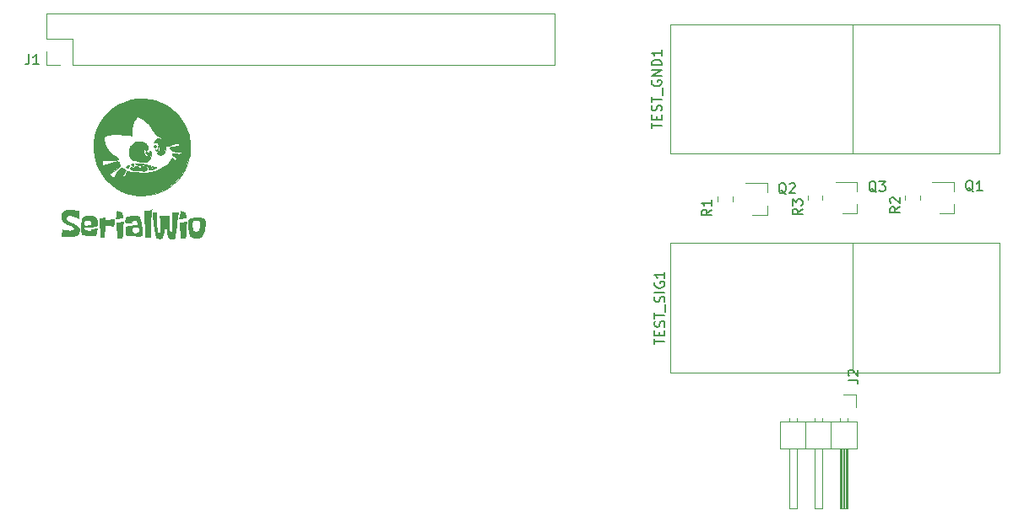
<source format=gto>
G04 #@! TF.GenerationSoftware,KiCad,Pcbnew,5.1.9+dfsg1-1~bpo10+1*
G04 #@! TF.CreationDate,2022-03-28T22:50:56+02:00*
G04 #@! TF.ProjectId,serial-wio,73657269-616c-42d7-9769-6f2e6b696361,rev?*
G04 #@! TF.SameCoordinates,Original*
G04 #@! TF.FileFunction,Legend,Top*
G04 #@! TF.FilePolarity,Positive*
%FSLAX46Y46*%
G04 Gerber Fmt 4.6, Leading zero omitted, Abs format (unit mm)*
G04 Created by KiCad (PCBNEW 5.1.9+dfsg1-1~bpo10+1) date 2022-03-28 22:50:56*
%MOMM*%
%LPD*%
G01*
G04 APERTURE LIST*
%ADD10C,0.120000*%
%ADD11C,0.100000*%
%ADD12C,0.010000*%
%ADD13C,0.150000*%
%ADD14R,0.900000X0.800000*%
%ADD15C,0.800000*%
%ADD16C,6.400000*%
%ADD17C,2.000000*%
%ADD18C,4.000000*%
%ADD19O,1.700000X1.700000*%
%ADD20R,1.700000X1.700000*%
G04 APERTURE END LIST*
D10*
X163349000Y-82195936D02*
X163349000Y-82650064D01*
X164819000Y-82195936D02*
X164819000Y-82650064D01*
X173128000Y-82195936D02*
X173128000Y-82650064D01*
X174598000Y-82195936D02*
X174598000Y-82650064D01*
X154332000Y-82322936D02*
X154332000Y-82777064D01*
X155802000Y-82322936D02*
X155802000Y-82777064D01*
X168273000Y-84003000D02*
X166813000Y-84003000D01*
X168273000Y-80843000D02*
X166113000Y-80843000D01*
X168273000Y-80843000D02*
X168273000Y-81773000D01*
X168273000Y-84003000D02*
X168273000Y-83073000D01*
X177994000Y-84003000D02*
X176534000Y-84003000D01*
X177994000Y-80843000D02*
X175834000Y-80843000D01*
X177994000Y-80843000D02*
X177994000Y-81773000D01*
X177994000Y-84003000D02*
X177994000Y-83073000D01*
X182530000Y-86980000D02*
X182530000Y-99980000D01*
X167830000Y-99980000D02*
X182530000Y-99980000D01*
X167830000Y-86980000D02*
X182530000Y-86980000D01*
X167830000Y-86980000D02*
X167830000Y-99980000D01*
X149530000Y-99980000D02*
X167830000Y-99980000D01*
X149530000Y-86980000D02*
X167830000Y-86980000D01*
X149530000Y-93480000D02*
X149530000Y-86980000D01*
X149530000Y-93480000D02*
X149530000Y-99980000D01*
X182530000Y-64980000D02*
X182530000Y-77980000D01*
X167830000Y-77980000D02*
X182530000Y-77980000D01*
X167830000Y-64980000D02*
X182530000Y-64980000D01*
X167830000Y-64980000D02*
X167830000Y-77980000D01*
X149530000Y-77980000D02*
X167830000Y-77980000D01*
X149530000Y-64980000D02*
X167830000Y-64980000D01*
X149530000Y-71480000D02*
X149530000Y-64980000D01*
X149530000Y-71480000D02*
X149530000Y-77980000D01*
X159256000Y-84130000D02*
X157796000Y-84130000D01*
X159256000Y-80970000D02*
X157096000Y-80970000D01*
X159256000Y-80970000D02*
X159256000Y-81900000D01*
X159256000Y-84130000D02*
X159256000Y-83200000D01*
X168260000Y-104920000D02*
X160520000Y-104920000D01*
X160520000Y-104920000D02*
X160520000Y-107580000D01*
X160520000Y-107580000D02*
X168260000Y-107580000D01*
X168260000Y-107580000D02*
X168260000Y-104920000D01*
X167310000Y-107580000D02*
X167310000Y-113580000D01*
X167310000Y-113580000D02*
X166550000Y-113580000D01*
X166550000Y-113580000D02*
X166550000Y-107580000D01*
X167250000Y-107580000D02*
X167250000Y-113580000D01*
X167130000Y-107580000D02*
X167130000Y-113580000D01*
X167010000Y-107580000D02*
X167010000Y-113580000D01*
X166890000Y-107580000D02*
X166890000Y-113580000D01*
X166770000Y-107580000D02*
X166770000Y-113580000D01*
X166650000Y-107580000D02*
X166650000Y-113580000D01*
X167310000Y-104590000D02*
X167310000Y-104920000D01*
X166550000Y-104590000D02*
X166550000Y-104920000D01*
X165660000Y-104920000D02*
X165660000Y-107580000D01*
X164770000Y-107580000D02*
X164770000Y-113580000D01*
X164770000Y-113580000D02*
X164010000Y-113580000D01*
X164010000Y-113580000D02*
X164010000Y-107580000D01*
X164770000Y-104522929D02*
X164770000Y-104920000D01*
X164010000Y-104522929D02*
X164010000Y-104920000D01*
X163120000Y-104920000D02*
X163120000Y-107580000D01*
X162230000Y-107580000D02*
X162230000Y-113580000D01*
X162230000Y-113580000D02*
X161470000Y-113580000D01*
X161470000Y-113580000D02*
X161470000Y-107580000D01*
X162230000Y-104522929D02*
X162230000Y-104920000D01*
X161470000Y-104522929D02*
X161470000Y-104920000D01*
X166930000Y-102210000D02*
X168200000Y-102210000D01*
X168200000Y-102210000D02*
X168200000Y-103480000D01*
D11*
G36*
X98173025Y-85943275D02*
G01*
X98220650Y-85960738D01*
X98277800Y-85965500D01*
X98354000Y-85959150D01*
X98407975Y-85930575D01*
X98425438Y-85773413D01*
X98433375Y-85584500D01*
X98433375Y-85441625D01*
X98430200Y-85249538D01*
X98420675Y-85020937D01*
X98404800Y-84768525D01*
X98385750Y-84563737D01*
X98368288Y-84417687D01*
X98352413Y-84308150D01*
X98334950Y-84212900D01*
X99328725Y-84206550D01*
X99321978Y-84422847D01*
X99320788Y-84639937D01*
X99324359Y-84855044D01*
X99331900Y-85065387D01*
X99343409Y-85269381D01*
X99358888Y-85465438D01*
X99378334Y-85649984D01*
X99401750Y-85819450D01*
X99489063Y-85844850D01*
X99547800Y-85848025D01*
X99624000Y-85825800D01*
X99633525Y-83911275D01*
X100259000Y-83873175D01*
X100235188Y-84094234D01*
X100208200Y-84338312D01*
X100178434Y-84597472D01*
X100146288Y-84863775D01*
X100123533Y-85043339D01*
X100099721Y-85222197D01*
X100074850Y-85400350D01*
X100037544Y-85658319D01*
X100001825Y-85898825D01*
X99967694Y-86117503D01*
X99935150Y-86309988D01*
X99905781Y-86468341D01*
X99881175Y-86584625D01*
X99312850Y-86575100D01*
X99211250Y-86365550D01*
X99170769Y-86238550D01*
X99131875Y-86092500D01*
X99084250Y-85859138D01*
X99049325Y-85622600D01*
X98842950Y-85600375D01*
X98825488Y-85746028D01*
X98804850Y-85890888D01*
X98779450Y-86037334D01*
X98747700Y-86187750D01*
X98681025Y-86403650D01*
X98601650Y-86546525D01*
X98558788Y-86556050D01*
X98520688Y-86562400D01*
X98471475Y-86567163D01*
X98401625Y-86568750D01*
X98172231Y-86554463D01*
X98023800Y-86511600D01*
X97969031Y-86346103D01*
X97919025Y-86148063D01*
X97872988Y-85927003D01*
X97830125Y-85692450D01*
X97796788Y-85481313D01*
X97778928Y-85353916D01*
X97760275Y-85216200D01*
X97741622Y-85069356D01*
X97723763Y-84914575D01*
X97706697Y-84755031D01*
X97690425Y-84593900D01*
X97673756Y-84403400D01*
X97661850Y-84231950D01*
X97652325Y-84067644D01*
X97642800Y-83898575D01*
X98055550Y-83870000D01*
X98057534Y-84066056D01*
X98057138Y-84273225D01*
X98058328Y-84495078D01*
X98065075Y-84735187D01*
X98073013Y-84906814D01*
X98084125Y-85089376D01*
X98098413Y-85282875D01*
X98117286Y-85488897D01*
X98142157Y-85709031D01*
X98173025Y-85943275D01*
G37*
G36*
X90270450Y-83762050D02*
G01*
X90245050Y-84555800D01*
X89955530Y-84419672D01*
X89699744Y-84322437D01*
X89477692Y-84264097D01*
X89289375Y-84244650D01*
X89116514Y-84279222D01*
X89012797Y-84382939D01*
X88978225Y-84555800D01*
X89002037Y-84616125D01*
X89065537Y-84679625D01*
X89156025Y-84738362D01*
X89260800Y-84787575D01*
X89832300Y-85047925D01*
X89988272Y-85141984D01*
X90106937Y-85227313D01*
X90257750Y-85400350D01*
X90327600Y-85579738D01*
X90349825Y-85771825D01*
X90306962Y-85997250D01*
X90168850Y-86184575D01*
X89979937Y-86302050D01*
X89752925Y-86340150D01*
X88536900Y-86390950D01*
X88565475Y-85590850D01*
X88773041Y-85642841D01*
X88970287Y-85684513D01*
X89158803Y-85711897D01*
X89340175Y-85721025D01*
X89528691Y-85707134D01*
X89668787Y-85665463D01*
X89784675Y-85514650D01*
X89718794Y-85394000D01*
X89521150Y-85279700D01*
X89390975Y-85227313D01*
X89260800Y-85178100D01*
X89131419Y-85128094D01*
X89003625Y-85073325D01*
X88818417Y-84973136D01*
X88686125Y-84863069D01*
X88606750Y-84743125D01*
X88532137Y-84506587D01*
X88511500Y-84270050D01*
X88530153Y-84075581D01*
X88586112Y-83917625D01*
X88676203Y-83793800D01*
X88797250Y-83701725D01*
X89011562Y-83642987D01*
X89140547Y-83627509D01*
X89289375Y-83622350D01*
X89539406Y-83630287D01*
X89787850Y-83654100D01*
X90032325Y-83696962D01*
X90270450Y-83762050D01*
G37*
G36*
X97052250Y-83758875D02*
G01*
X97190759Y-83748556D01*
X97326888Y-83717600D01*
X97470953Y-83666006D01*
X97633275Y-83593775D01*
X97597556Y-83717997D01*
X97566600Y-83912862D01*
X97548608Y-84081314D01*
X97532733Y-84279751D01*
X97518975Y-84508175D01*
X97510145Y-84698774D01*
X97502703Y-84905447D01*
X97496651Y-85128193D01*
X97491988Y-85367013D01*
X97489130Y-85569260D01*
X97486908Y-85781033D01*
X97485320Y-86002330D01*
X97484368Y-86233153D01*
X97484050Y-86473500D01*
X96871275Y-86473500D01*
X96772850Y-83692200D01*
X96898263Y-83741412D01*
X97052250Y-83758875D01*
G37*
G36*
X94858325Y-84889175D02*
G01*
X94871025Y-84816150D01*
X94886900Y-84714550D01*
X94907537Y-84570087D01*
X94934525Y-84365300D01*
X95034537Y-84322437D01*
X95213925Y-84282750D01*
X95463162Y-84251000D01*
X95699700Y-84244650D01*
X95917188Y-84251397D01*
X96093400Y-84271637D01*
X96341050Y-84346250D01*
X96375975Y-84417687D01*
X96415663Y-84527225D01*
X96461700Y-84689150D01*
X96515675Y-84917750D01*
X96574016Y-85203302D01*
X96615688Y-85459881D01*
X96640691Y-85687489D01*
X96649025Y-85886125D01*
X96625213Y-86141713D01*
X96537900Y-86279825D01*
X96379150Y-86324275D01*
X96221194Y-86349675D01*
X96007675Y-86375075D01*
X95953700Y-86244900D01*
X95426650Y-86283000D01*
X95136931Y-86260775D01*
X94998025Y-86194100D01*
X94971831Y-86113138D01*
X94950400Y-85940100D01*
X94937700Y-85730550D01*
X94934525Y-85533700D01*
X94972625Y-85343200D01*
X95020250Y-85305100D01*
X95118675Y-85270175D01*
X95667950Y-85908350D01*
X95740975Y-85963913D01*
X95915600Y-85984550D01*
X96114831Y-85965500D01*
X96217225Y-85908350D01*
X96260088Y-85794050D01*
X96274375Y-85590850D01*
X96268025Y-85508300D01*
X96252150Y-85463850D01*
X96217225Y-85433688D01*
X96121975Y-85403525D01*
X96009263Y-85389238D01*
X95896550Y-85387650D01*
X95752088Y-85408288D01*
X95674300Y-85444800D01*
X95648900Y-85513063D01*
X95639375Y-85654350D01*
X95667950Y-85908350D01*
X95118675Y-85270175D01*
X95277425Y-85241600D01*
X95506025Y-85219375D01*
X95737800Y-85205088D01*
X95928300Y-85192388D01*
X96063238Y-85176513D01*
X96131500Y-85152700D01*
X96126738Y-85044750D01*
X96106100Y-84943150D01*
X96074350Y-84857425D01*
X96033075Y-84774875D01*
X96001325Y-84751062D01*
X95947350Y-84743125D01*
X95799713Y-84766937D01*
X95563175Y-84835200D01*
X95585400Y-84987600D01*
X95520312Y-85001887D01*
X95436175Y-85003475D01*
X95264725Y-84995537D01*
X95064700Y-84962200D01*
X94915475Y-84916162D01*
X94858325Y-84889175D01*
G37*
G36*
X101322625Y-84578025D02*
G01*
X101690925Y-84797100D01*
X101654413Y-84906637D01*
X101640125Y-85082850D01*
X101651238Y-85320975D01*
X101687750Y-85543225D01*
X101741725Y-85721025D01*
X101805225Y-85797225D01*
X102049700Y-85841675D01*
X102232263Y-85794050D01*
X102319575Y-85648000D01*
X102372756Y-85436069D01*
X102398950Y-85251125D01*
X102411650Y-84990775D01*
X102391013Y-84836788D01*
X102306875Y-84768525D01*
X102186225Y-84743125D01*
X102049700Y-84735187D01*
X101914763Y-84736775D01*
X101795700Y-84743125D01*
X101717913Y-84765350D01*
X101690925Y-84797100D01*
X101322625Y-84578025D01*
X101446450Y-84501428D01*
X101614725Y-84455787D01*
X101827450Y-84430784D01*
X102084625Y-84416100D01*
X102275125Y-84411337D01*
X102462450Y-84425625D01*
X102678350Y-84466900D01*
X102802175Y-84508175D01*
X102892133Y-84616125D01*
X102946108Y-84800275D01*
X102964100Y-85060625D01*
X102958544Y-85240409D01*
X102941875Y-85417813D01*
X102913300Y-85594422D01*
X102872025Y-85771825D01*
X102815669Y-85950022D01*
X102754550Y-86097263D01*
X102618025Y-86311575D01*
X102459275Y-86431519D01*
X102253958Y-86503486D01*
X102002075Y-86527475D01*
X101794113Y-86513188D01*
X101605200Y-86463975D01*
X101467088Y-86392538D01*
X101398825Y-86311575D01*
X101351200Y-86173286D01*
X101305692Y-85991253D01*
X101262300Y-85765475D01*
X101238488Y-85572197D01*
X101224200Y-85392413D01*
X101217056Y-85222947D01*
X101214675Y-85060625D01*
X101221422Y-84886794D01*
X101241663Y-84746300D01*
X101322625Y-84578025D01*
G37*
G36*
X90622875Y-84412925D02*
G01*
X90794325Y-84803450D01*
X90781625Y-84892350D01*
X90781625Y-84976487D01*
X90787975Y-85060625D01*
X90829250Y-85171750D01*
X91019750Y-85213025D01*
X91172150Y-85209850D01*
X91308675Y-85193975D01*
X91424562Y-85154288D01*
X91480125Y-85105075D01*
X91491237Y-85046337D01*
X91492825Y-84955850D01*
X91457900Y-84825675D01*
X91311850Y-84771700D01*
X91170562Y-84757412D01*
X91054675Y-84752650D01*
X90872112Y-84765350D01*
X90794325Y-84803450D01*
X90622875Y-84412925D01*
X90740703Y-84322967D01*
X90958719Y-84268992D01*
X91276925Y-84251000D01*
X91489650Y-84255366D01*
X91670625Y-84268462D01*
X91819056Y-84292672D01*
X91934150Y-84330375D01*
X92034162Y-84466106D01*
X92124650Y-84759000D01*
X92167512Y-85017762D01*
X92181800Y-85209850D01*
X92181800Y-85228900D01*
X92102425Y-85278113D01*
X91992094Y-85312641D01*
X91832550Y-85349550D01*
X91625381Y-85387650D01*
X91422975Y-85413050D01*
X91225331Y-85427338D01*
X91032450Y-85432100D01*
X90822900Y-85419400D01*
X90822900Y-85476550D01*
X90838775Y-85595613D01*
X90889575Y-85692450D01*
X91346775Y-85721025D01*
X91492825Y-85724200D01*
X91502350Y-85705150D01*
X91492825Y-85644825D01*
X91480125Y-85587675D01*
X91732538Y-85549575D01*
X91863903Y-85532906D01*
X92013525Y-85527350D01*
X92104012Y-85532113D01*
X92156400Y-85543225D01*
X91946850Y-86235375D01*
X91756350Y-86244900D01*
X91292800Y-86257600D01*
X91003875Y-86248869D01*
X90784800Y-86222675D01*
X90633987Y-86175844D01*
X90549850Y-86105200D01*
X90503989Y-85992311D01*
X90476472Y-85793344D01*
X90467300Y-85508300D01*
X90470078Y-85338834D01*
X90478412Y-85173338D01*
X90491509Y-85011016D01*
X90508575Y-84851075D01*
X90559375Y-84574850D01*
X90622875Y-84412925D01*
G37*
G36*
X93858200Y-84581200D02*
G01*
X93829625Y-84843137D01*
X93806606Y-85068166D01*
X93775650Y-85359075D01*
X93576816Y-85324150D01*
X93399412Y-85289225D01*
X93242647Y-85263031D01*
X93105725Y-85254300D01*
X92950150Y-85265413D01*
X92873950Y-85301925D01*
X92810450Y-86419525D01*
X92359600Y-86419525D01*
X92280225Y-84527225D01*
X92940625Y-84447850D01*
X92927925Y-84673275D01*
X93858200Y-84581200D01*
G37*
G36*
X94763075Y-84841550D02*
G01*
X94741908Y-84985660D01*
X94720742Y-85180922D01*
X94699575Y-85427338D01*
X94683502Y-85646313D01*
X94667031Y-85895253D01*
X94650164Y-86174157D01*
X94632900Y-86483025D01*
X94064575Y-86483025D01*
X93997900Y-84917750D01*
X94763075Y-84841550D01*
G37*
G36*
X101119425Y-84841550D02*
G01*
X101098258Y-84985660D01*
X101077092Y-85180922D01*
X101055925Y-85427338D01*
X101039852Y-85646313D01*
X101023381Y-85895253D01*
X101006514Y-86174157D01*
X100989250Y-86483025D01*
X100420925Y-86483025D01*
X100354250Y-84917750D01*
X101119425Y-84841550D01*
G37*
G36*
X94626550Y-83870000D02*
G01*
X94623375Y-83930325D01*
X94632900Y-84063675D01*
X94661475Y-84247825D01*
X94709100Y-84482775D01*
X93953450Y-84574850D01*
X93992079Y-84332315D01*
X94023300Y-84129644D01*
X94047112Y-83966837D01*
X94070925Y-83711250D01*
X94626550Y-83870000D01*
G37*
G36*
X100982900Y-83870000D02*
G01*
X100979725Y-83930325D01*
X100989250Y-84063675D01*
X101017825Y-84247825D01*
X101065450Y-84482775D01*
X100309800Y-84574850D01*
X100348429Y-84332315D01*
X100379650Y-84129644D01*
X100403463Y-83966837D01*
X100427275Y-83711250D01*
X100982900Y-83870000D01*
G37*
D12*
G36*
X97491715Y-72545164D02*
G01*
X97865701Y-72633491D01*
X98497842Y-72859370D01*
X99088929Y-73171493D01*
X99631344Y-73562066D01*
X100117464Y-74023295D01*
X100539670Y-74547388D01*
X100890341Y-75126550D01*
X101161857Y-75752987D01*
X101276575Y-76121853D01*
X101332437Y-76404497D01*
X101371327Y-76754767D01*
X101392464Y-77141804D01*
X101395069Y-77534753D01*
X101378361Y-77902756D01*
X101341558Y-78214958D01*
X101330963Y-78271733D01*
X101146775Y-78936816D01*
X100875723Y-79560375D01*
X100524595Y-80135345D01*
X100100180Y-80654662D01*
X99609267Y-81111262D01*
X99058643Y-81498079D01*
X98455099Y-81808049D01*
X97805422Y-82034108D01*
X97685965Y-82064887D01*
X97396819Y-82119086D01*
X97049238Y-82159030D01*
X96677126Y-82183002D01*
X96314388Y-82189282D01*
X95994929Y-82176153D01*
X95839599Y-82158472D01*
X95167163Y-82006066D01*
X94535111Y-81766779D01*
X93949725Y-81447526D01*
X93417288Y-81055221D01*
X92944081Y-80596781D01*
X92536386Y-80079121D01*
X92200486Y-79509155D01*
X91975676Y-78972593D01*
X92570375Y-78972593D01*
X92593314Y-79089764D01*
X92636277Y-79144127D01*
X92706268Y-79138469D01*
X92849964Y-79104875D01*
X93046997Y-79048751D01*
X93277003Y-78975501D01*
X93297475Y-78968640D01*
X93540540Y-78890970D01*
X93763434Y-78827181D01*
X93941665Y-78783808D01*
X94050740Y-78767389D01*
X94051646Y-78767381D01*
X94167037Y-78781620D01*
X94222827Y-78845576D01*
X94242617Y-78915779D01*
X94279766Y-79030555D01*
X94321435Y-79093381D01*
X94368076Y-79149210D01*
X94349389Y-79225222D01*
X94259707Y-79327739D01*
X94093359Y-79463085D01*
X93844679Y-79637582D01*
X93816841Y-79656241D01*
X93613945Y-79794633D01*
X93445092Y-79915173D01*
X93325747Y-80006415D01*
X93271375Y-80056914D01*
X93269658Y-80061179D01*
X93306699Y-80107147D01*
X93397029Y-80183165D01*
X93509455Y-80266142D01*
X93612786Y-80332987D01*
X93673987Y-80360503D01*
X93714105Y-80324131D01*
X93799310Y-80223371D01*
X93916166Y-80074681D01*
X94021764Y-79934505D01*
X94194893Y-79704044D01*
X94324051Y-79546336D01*
X94423101Y-79452795D01*
X94505909Y-79414837D01*
X94586339Y-79423878D01*
X94678254Y-79471331D01*
X94723039Y-79500267D01*
X94837600Y-79582139D01*
X94906834Y-79643309D01*
X94916203Y-79659034D01*
X94890600Y-79714526D01*
X94825023Y-79824236D01*
X94766711Y-79914387D01*
X94658968Y-80095861D01*
X94619169Y-80212806D01*
X94648214Y-80262194D01*
X94662826Y-80263699D01*
X94746890Y-80280160D01*
X94784930Y-80292972D01*
X94836022Y-80286159D01*
X94883650Y-80212826D01*
X94936978Y-80057959D01*
X94944827Y-80030988D01*
X94990676Y-79875310D01*
X95025504Y-79764472D01*
X95039946Y-79726273D01*
X95090208Y-79730628D01*
X95211802Y-79754695D01*
X95379381Y-79793406D01*
X95395625Y-79797380D01*
X95576585Y-79833307D01*
X95791900Y-79858436D01*
X96060078Y-79874061D01*
X96399626Y-79881477D01*
X96613077Y-79882520D01*
X96929435Y-79882175D01*
X97166098Y-79879030D01*
X97343172Y-79870635D01*
X97480765Y-79854538D01*
X97598983Y-79828290D01*
X97717936Y-79789441D01*
X97857728Y-79735539D01*
X97874792Y-79728765D01*
X98279693Y-79547210D01*
X98647778Y-79341914D01*
X98965659Y-79122686D01*
X99219944Y-78899341D01*
X99397244Y-78681688D01*
X99456287Y-78569914D01*
X99519722Y-78455071D01*
X99591498Y-78426633D01*
X99690925Y-78482886D01*
X99757965Y-78543120D01*
X99847273Y-78623367D01*
X99901473Y-78638704D01*
X99957368Y-78593430D01*
X99979665Y-78569007D01*
X100033034Y-78465407D01*
X99991204Y-78374537D01*
X99852315Y-78293642D01*
X99774997Y-78265371D01*
X99658840Y-78215040D01*
X99616055Y-78150349D01*
X99616808Y-78075686D01*
X99634490Y-77994188D01*
X99681578Y-77958910D01*
X99787104Y-77955583D01*
X99852164Y-77960000D01*
X100022187Y-77981987D01*
X100171772Y-78015877D01*
X100201144Y-78025759D01*
X100298071Y-78047507D01*
X100376515Y-78011807D01*
X100451299Y-77934173D01*
X100572504Y-77793562D01*
X100066709Y-77768611D01*
X99560915Y-77743660D01*
X99434427Y-77571898D01*
X99370454Y-77477176D01*
X99350273Y-77410220D01*
X99385500Y-77362806D01*
X99487752Y-77326710D01*
X99668646Y-77293709D01*
X99867379Y-77265432D01*
X100062021Y-77234011D01*
X100212302Y-77200573D01*
X100295894Y-77170516D01*
X100305808Y-77159422D01*
X100284188Y-77082249D01*
X100251609Y-77012056D01*
X100192738Y-76953644D01*
X100091844Y-76935857D01*
X99937024Y-76960393D01*
X99716372Y-77028950D01*
X99465579Y-77124131D01*
X99288729Y-77189907D01*
X99147737Y-77233604D01*
X99067620Y-77247709D01*
X99060218Y-77245851D01*
X99019108Y-77191197D01*
X98951563Y-77073384D01*
X98884496Y-76942581D01*
X98660110Y-76591323D01*
X98365501Y-76310939D01*
X98128966Y-76162931D01*
X97988871Y-76080105D01*
X97881938Y-75986178D01*
X97783463Y-75854143D01*
X97672549Y-75663913D01*
X97467015Y-75352916D01*
X97201195Y-75042806D01*
X96901364Y-74759505D01*
X96593800Y-74528937D01*
X96420420Y-74428671D01*
X96103008Y-74268472D01*
X95988812Y-74375754D01*
X95860507Y-74544550D01*
X95742880Y-74787075D01*
X95643250Y-75077308D01*
X95568938Y-75389230D01*
X95527262Y-75696822D01*
X95525544Y-75974065D01*
X95529034Y-76010100D01*
X95536266Y-76152143D01*
X95514472Y-76206884D01*
X95495704Y-76205689D01*
X95291877Y-76150184D01*
X95012888Y-76105721D01*
X94682866Y-76073260D01*
X94325941Y-76053756D01*
X93966244Y-76048167D01*
X93627904Y-76057452D01*
X93335051Y-76082567D01*
X93157413Y-76112908D01*
X92940316Y-76173866D01*
X92807596Y-76247000D01*
X92743971Y-76349908D01*
X92734161Y-76500184D01*
X92743451Y-76589598D01*
X92840030Y-76970692D01*
X93024119Y-77355364D01*
X93285800Y-77725551D01*
X93487428Y-77944573D01*
X93662868Y-78106214D01*
X93834118Y-78245186D01*
X93976352Y-78342167D01*
X94036369Y-78371780D01*
X94172499Y-78444924D01*
X94217792Y-78527162D01*
X94210452Y-78561860D01*
X94178621Y-78586298D01*
X94107585Y-78602249D01*
X93982628Y-78611489D01*
X93789036Y-78615792D01*
X93512094Y-78616932D01*
X93473347Y-78616941D01*
X93205602Y-78618899D01*
X92969559Y-78624286D01*
X92785045Y-78632373D01*
X92671887Y-78642430D01*
X92649967Y-78647231D01*
X92599781Y-78712163D01*
X92572891Y-78833671D01*
X92570375Y-78972593D01*
X91975676Y-78972593D01*
X91942662Y-78893799D01*
X91769197Y-78239968D01*
X91688219Y-77588708D01*
X91696747Y-76893758D01*
X91801563Y-76219460D01*
X92000157Y-75572334D01*
X92290019Y-74958904D01*
X92668639Y-74385691D01*
X93117437Y-73875158D01*
X93640849Y-73422048D01*
X94212970Y-73052751D01*
X94824873Y-72769601D01*
X95467628Y-72574932D01*
X96132306Y-72471080D01*
X96809978Y-72460379D01*
X97491715Y-72545164D01*
G37*
X97491715Y-72545164D02*
X97865701Y-72633491D01*
X98497842Y-72859370D01*
X99088929Y-73171493D01*
X99631344Y-73562066D01*
X100117464Y-74023295D01*
X100539670Y-74547388D01*
X100890341Y-75126550D01*
X101161857Y-75752987D01*
X101276575Y-76121853D01*
X101332437Y-76404497D01*
X101371327Y-76754767D01*
X101392464Y-77141804D01*
X101395069Y-77534753D01*
X101378361Y-77902756D01*
X101341558Y-78214958D01*
X101330963Y-78271733D01*
X101146775Y-78936816D01*
X100875723Y-79560375D01*
X100524595Y-80135345D01*
X100100180Y-80654662D01*
X99609267Y-81111262D01*
X99058643Y-81498079D01*
X98455099Y-81808049D01*
X97805422Y-82034108D01*
X97685965Y-82064887D01*
X97396819Y-82119086D01*
X97049238Y-82159030D01*
X96677126Y-82183002D01*
X96314388Y-82189282D01*
X95994929Y-82176153D01*
X95839599Y-82158472D01*
X95167163Y-82006066D01*
X94535111Y-81766779D01*
X93949725Y-81447526D01*
X93417288Y-81055221D01*
X92944081Y-80596781D01*
X92536386Y-80079121D01*
X92200486Y-79509155D01*
X91975676Y-78972593D01*
X92570375Y-78972593D01*
X92593314Y-79089764D01*
X92636277Y-79144127D01*
X92706268Y-79138469D01*
X92849964Y-79104875D01*
X93046997Y-79048751D01*
X93277003Y-78975501D01*
X93297475Y-78968640D01*
X93540540Y-78890970D01*
X93763434Y-78827181D01*
X93941665Y-78783808D01*
X94050740Y-78767389D01*
X94051646Y-78767381D01*
X94167037Y-78781620D01*
X94222827Y-78845576D01*
X94242617Y-78915779D01*
X94279766Y-79030555D01*
X94321435Y-79093381D01*
X94368076Y-79149210D01*
X94349389Y-79225222D01*
X94259707Y-79327739D01*
X94093359Y-79463085D01*
X93844679Y-79637582D01*
X93816841Y-79656241D01*
X93613945Y-79794633D01*
X93445092Y-79915173D01*
X93325747Y-80006415D01*
X93271375Y-80056914D01*
X93269658Y-80061179D01*
X93306699Y-80107147D01*
X93397029Y-80183165D01*
X93509455Y-80266142D01*
X93612786Y-80332987D01*
X93673987Y-80360503D01*
X93714105Y-80324131D01*
X93799310Y-80223371D01*
X93916166Y-80074681D01*
X94021764Y-79934505D01*
X94194893Y-79704044D01*
X94324051Y-79546336D01*
X94423101Y-79452795D01*
X94505909Y-79414837D01*
X94586339Y-79423878D01*
X94678254Y-79471331D01*
X94723039Y-79500267D01*
X94837600Y-79582139D01*
X94906834Y-79643309D01*
X94916203Y-79659034D01*
X94890600Y-79714526D01*
X94825023Y-79824236D01*
X94766711Y-79914387D01*
X94658968Y-80095861D01*
X94619169Y-80212806D01*
X94648214Y-80262194D01*
X94662826Y-80263699D01*
X94746890Y-80280160D01*
X94784930Y-80292972D01*
X94836022Y-80286159D01*
X94883650Y-80212826D01*
X94936978Y-80057959D01*
X94944827Y-80030988D01*
X94990676Y-79875310D01*
X95025504Y-79764472D01*
X95039946Y-79726273D01*
X95090208Y-79730628D01*
X95211802Y-79754695D01*
X95379381Y-79793406D01*
X95395625Y-79797380D01*
X95576585Y-79833307D01*
X95791900Y-79858436D01*
X96060078Y-79874061D01*
X96399626Y-79881477D01*
X96613077Y-79882520D01*
X96929435Y-79882175D01*
X97166098Y-79879030D01*
X97343172Y-79870635D01*
X97480765Y-79854538D01*
X97598983Y-79828290D01*
X97717936Y-79789441D01*
X97857728Y-79735539D01*
X97874792Y-79728765D01*
X98279693Y-79547210D01*
X98647778Y-79341914D01*
X98965659Y-79122686D01*
X99219944Y-78899341D01*
X99397244Y-78681688D01*
X99456287Y-78569914D01*
X99519722Y-78455071D01*
X99591498Y-78426633D01*
X99690925Y-78482886D01*
X99757965Y-78543120D01*
X99847273Y-78623367D01*
X99901473Y-78638704D01*
X99957368Y-78593430D01*
X99979665Y-78569007D01*
X100033034Y-78465407D01*
X99991204Y-78374537D01*
X99852315Y-78293642D01*
X99774997Y-78265371D01*
X99658840Y-78215040D01*
X99616055Y-78150349D01*
X99616808Y-78075686D01*
X99634490Y-77994188D01*
X99681578Y-77958910D01*
X99787104Y-77955583D01*
X99852164Y-77960000D01*
X100022187Y-77981987D01*
X100171772Y-78015877D01*
X100201144Y-78025759D01*
X100298071Y-78047507D01*
X100376515Y-78011807D01*
X100451299Y-77934173D01*
X100572504Y-77793562D01*
X100066709Y-77768611D01*
X99560915Y-77743660D01*
X99434427Y-77571898D01*
X99370454Y-77477176D01*
X99350273Y-77410220D01*
X99385500Y-77362806D01*
X99487752Y-77326710D01*
X99668646Y-77293709D01*
X99867379Y-77265432D01*
X100062021Y-77234011D01*
X100212302Y-77200573D01*
X100295894Y-77170516D01*
X100305808Y-77159422D01*
X100284188Y-77082249D01*
X100251609Y-77012056D01*
X100192738Y-76953644D01*
X100091844Y-76935857D01*
X99937024Y-76960393D01*
X99716372Y-77028950D01*
X99465579Y-77124131D01*
X99288729Y-77189907D01*
X99147737Y-77233604D01*
X99067620Y-77247709D01*
X99060218Y-77245851D01*
X99019108Y-77191197D01*
X98951563Y-77073384D01*
X98884496Y-76942581D01*
X98660110Y-76591323D01*
X98365501Y-76310939D01*
X98128966Y-76162931D01*
X97988871Y-76080105D01*
X97881938Y-75986178D01*
X97783463Y-75854143D01*
X97672549Y-75663913D01*
X97467015Y-75352916D01*
X97201195Y-75042806D01*
X96901364Y-74759505D01*
X96593800Y-74528937D01*
X96420420Y-74428671D01*
X96103008Y-74268472D01*
X95988812Y-74375754D01*
X95860507Y-74544550D01*
X95742880Y-74787075D01*
X95643250Y-75077308D01*
X95568938Y-75389230D01*
X95527262Y-75696822D01*
X95525544Y-75974065D01*
X95529034Y-76010100D01*
X95536266Y-76152143D01*
X95514472Y-76206884D01*
X95495704Y-76205689D01*
X95291877Y-76150184D01*
X95012888Y-76105721D01*
X94682866Y-76073260D01*
X94325941Y-76053756D01*
X93966244Y-76048167D01*
X93627904Y-76057452D01*
X93335051Y-76082567D01*
X93157413Y-76112908D01*
X92940316Y-76173866D01*
X92807596Y-76247000D01*
X92743971Y-76349908D01*
X92734161Y-76500184D01*
X92743451Y-76589598D01*
X92840030Y-76970692D01*
X93024119Y-77355364D01*
X93285800Y-77725551D01*
X93487428Y-77944573D01*
X93662868Y-78106214D01*
X93834118Y-78245186D01*
X93976352Y-78342167D01*
X94036369Y-78371780D01*
X94172499Y-78444924D01*
X94217792Y-78527162D01*
X94210452Y-78561860D01*
X94178621Y-78586298D01*
X94107585Y-78602249D01*
X93982628Y-78611489D01*
X93789036Y-78615792D01*
X93512094Y-78616932D01*
X93473347Y-78616941D01*
X93205602Y-78618899D01*
X92969559Y-78624286D01*
X92785045Y-78632373D01*
X92671887Y-78642430D01*
X92649967Y-78647231D01*
X92599781Y-78712163D01*
X92572891Y-78833671D01*
X92570375Y-78972593D01*
X91975676Y-78972593D01*
X91942662Y-78893799D01*
X91769197Y-78239968D01*
X91688219Y-77588708D01*
X91696747Y-76893758D01*
X91801563Y-76219460D01*
X92000157Y-75572334D01*
X92290019Y-74958904D01*
X92668639Y-74385691D01*
X93117437Y-73875158D01*
X93640849Y-73422048D01*
X94212970Y-73052751D01*
X94824873Y-72769601D01*
X95467628Y-72574932D01*
X96132306Y-72471080D01*
X96809978Y-72460379D01*
X97491715Y-72545164D01*
G36*
X96857187Y-79254526D02*
G01*
X96980053Y-79338134D01*
X97088301Y-79471065D01*
X97100102Y-79579570D01*
X97015571Y-79663123D01*
X96898803Y-79693345D01*
X96709080Y-79707684D01*
X96471848Y-79706942D01*
X96212552Y-79691921D01*
X95956636Y-79663424D01*
X95731113Y-79622616D01*
X95517119Y-79569775D01*
X95388430Y-79526115D01*
X95332053Y-79483520D01*
X95335000Y-79433877D01*
X95363441Y-79392939D01*
X95416815Y-79347803D01*
X95485367Y-79353972D01*
X95579656Y-79397925D01*
X95687412Y-79446651D01*
X95753052Y-79439502D01*
X95821445Y-79369530D01*
X95829860Y-79359185D01*
X95920787Y-79280355D01*
X96031403Y-79262120D01*
X96183368Y-79305025D01*
X96325848Y-79371682D01*
X96439631Y-79419813D01*
X96506154Y-79428771D01*
X96513273Y-79419329D01*
X96476908Y-79350850D01*
X96462557Y-79340014D01*
X96426549Y-79288856D01*
X96474017Y-79245073D01*
X96588677Y-79218982D01*
X96658637Y-79215762D01*
X96857187Y-79254526D01*
G37*
X96857187Y-79254526D02*
X96980053Y-79338134D01*
X97088301Y-79471065D01*
X97100102Y-79579570D01*
X97015571Y-79663123D01*
X96898803Y-79693345D01*
X96709080Y-79707684D01*
X96471848Y-79706942D01*
X96212552Y-79691921D01*
X95956636Y-79663424D01*
X95731113Y-79622616D01*
X95517119Y-79569775D01*
X95388430Y-79526115D01*
X95332053Y-79483520D01*
X95335000Y-79433877D01*
X95363441Y-79392939D01*
X95416815Y-79347803D01*
X95485367Y-79353972D01*
X95579656Y-79397925D01*
X95687412Y-79446651D01*
X95753052Y-79439502D01*
X95821445Y-79369530D01*
X95829860Y-79359185D01*
X95920787Y-79280355D01*
X96031403Y-79262120D01*
X96183368Y-79305025D01*
X96325848Y-79371682D01*
X96439631Y-79419813D01*
X96506154Y-79428771D01*
X96513273Y-79419329D01*
X96476908Y-79350850D01*
X96462557Y-79340014D01*
X96426549Y-79288856D01*
X96474017Y-79245073D01*
X96588677Y-79218982D01*
X96658637Y-79215762D01*
X96857187Y-79254526D01*
G36*
X96253199Y-78974881D02*
G01*
X96453604Y-78986452D01*
X96658337Y-79005345D01*
X96843750Y-79030091D01*
X96986192Y-79059221D01*
X97012291Y-79067008D01*
X97222840Y-79138768D01*
X97355337Y-79192907D01*
X97427439Y-79240090D01*
X97456805Y-79290982D01*
X97461407Y-79338254D01*
X97477850Y-79451253D01*
X97535712Y-79483046D01*
X97647791Y-79438155D01*
X97683681Y-79416781D01*
X97848563Y-79349323D01*
X97957282Y-79350187D01*
X98004924Y-79371212D01*
X97988114Y-79399687D01*
X97895957Y-79443525D01*
X97755138Y-79496991D01*
X97539266Y-79571328D01*
X97394862Y-79604307D01*
X97301635Y-79593823D01*
X97239294Y-79537769D01*
X97189302Y-79438260D01*
X97067680Y-79267379D01*
X96883158Y-79149549D01*
X96664043Y-79097297D01*
X96461879Y-79116361D01*
X96308122Y-79136148D01*
X96147454Y-79124345D01*
X96010184Y-79087462D01*
X95926623Y-79032007D01*
X95914452Y-78998799D01*
X95959974Y-78979585D01*
X96080773Y-78972103D01*
X96253199Y-78974881D01*
G37*
X96253199Y-78974881D02*
X96453604Y-78986452D01*
X96658337Y-79005345D01*
X96843750Y-79030091D01*
X96986192Y-79059221D01*
X97012291Y-79067008D01*
X97222840Y-79138768D01*
X97355337Y-79192907D01*
X97427439Y-79240090D01*
X97456805Y-79290982D01*
X97461407Y-79338254D01*
X97477850Y-79451253D01*
X97535712Y-79483046D01*
X97647791Y-79438155D01*
X97683681Y-79416781D01*
X97848563Y-79349323D01*
X97957282Y-79350187D01*
X98004924Y-79371212D01*
X97988114Y-79399687D01*
X97895957Y-79443525D01*
X97755138Y-79496991D01*
X97539266Y-79571328D01*
X97394862Y-79604307D01*
X97301635Y-79593823D01*
X97239294Y-79537769D01*
X97189302Y-79438260D01*
X97067680Y-79267379D01*
X96883158Y-79149549D01*
X96664043Y-79097297D01*
X96461879Y-79116361D01*
X96308122Y-79136148D01*
X96147454Y-79124345D01*
X96010184Y-79087462D01*
X95926623Y-79032007D01*
X95914452Y-78998799D01*
X95959974Y-78979585D01*
X96080773Y-78972103D01*
X96253199Y-78974881D01*
G36*
X95278935Y-79169149D02*
G01*
X95314521Y-79203287D01*
X95286100Y-79266404D01*
X95226010Y-79354276D01*
X95154924Y-79429888D01*
X95093051Y-79429905D01*
X95041872Y-79397102D01*
X94977089Y-79332566D01*
X94993754Y-79269226D01*
X95011739Y-79246113D01*
X95088067Y-79195373D01*
X95190305Y-79167855D01*
X95278935Y-79169149D01*
G37*
X95278935Y-79169149D02*
X95314521Y-79203287D01*
X95286100Y-79266404D01*
X95226010Y-79354276D01*
X95154924Y-79429888D01*
X95093051Y-79429905D01*
X95041872Y-79397102D01*
X94977089Y-79332566D01*
X94993754Y-79269226D01*
X95011739Y-79246113D01*
X95088067Y-79195373D01*
X95190305Y-79167855D01*
X95278935Y-79169149D01*
G36*
X97659564Y-79303638D02*
G01*
X97661014Y-79315566D01*
X97623040Y-79364018D01*
X97611112Y-79365468D01*
X97562660Y-79327494D01*
X97561210Y-79315566D01*
X97599184Y-79267114D01*
X97611112Y-79265664D01*
X97659564Y-79303638D01*
G37*
X97659564Y-79303638D02*
X97661014Y-79315566D01*
X97623040Y-79364018D01*
X97611112Y-79365468D01*
X97562660Y-79327494D01*
X97561210Y-79315566D01*
X97599184Y-79267114D01*
X97611112Y-79265664D01*
X97659564Y-79303638D01*
G36*
X95672130Y-79029582D02*
G01*
X95711270Y-79086659D01*
X95714845Y-79140910D01*
X95687416Y-79240991D01*
X95615602Y-79258961D01*
X95515106Y-79192394D01*
X95498021Y-79174407D01*
X95426856Y-79079094D01*
X95440628Y-79030937D01*
X95545118Y-79016306D01*
X95565140Y-79016155D01*
X95672130Y-79029582D01*
G37*
X95672130Y-79029582D02*
X95711270Y-79086659D01*
X95714845Y-79140910D01*
X95687416Y-79240991D01*
X95615602Y-79258961D01*
X95515106Y-79192394D01*
X95498021Y-79174407D01*
X95426856Y-79079094D01*
X95440628Y-79030937D01*
X95545118Y-79016306D01*
X95565140Y-79016155D01*
X95672130Y-79029582D01*
G36*
X96527086Y-76804870D02*
G01*
X96699499Y-76867977D01*
X96960578Y-76981694D01*
X96861680Y-77107422D01*
X96792339Y-77211243D01*
X96762794Y-77286574D01*
X96762782Y-77287427D01*
X96785950Y-77292924D01*
X96840464Y-77230795D01*
X96938186Y-77143789D01*
X97042291Y-77124489D01*
X97120683Y-77176419D01*
X97131706Y-77198822D01*
X97164068Y-77375495D01*
X97133064Y-77536294D01*
X97054060Y-77638946D01*
X96957472Y-77688608D01*
X96886114Y-77667501D01*
X96818886Y-77564730D01*
X96790388Y-77502807D01*
X96721022Y-77344446D01*
X96717137Y-77593955D01*
X96746711Y-77838465D01*
X96835658Y-78042668D01*
X96972309Y-78184009D01*
X97040513Y-78218971D01*
X97172568Y-78260212D01*
X97259787Y-78250373D01*
X97346940Y-78182323D01*
X97361603Y-78167825D01*
X97433731Y-78078175D01*
X97460419Y-78011971D01*
X97440318Y-77990138D01*
X97372078Y-78033600D01*
X97370149Y-78035337D01*
X97229760Y-78109535D01*
X97090720Y-78093690D01*
X96990170Y-78007016D01*
X96932312Y-77911436D01*
X96912487Y-77857311D01*
X96946250Y-77819686D01*
X97027804Y-77838554D01*
X97123687Y-77903857D01*
X97199256Y-77959043D01*
X97245903Y-77941905D01*
X97264082Y-77916332D01*
X97306010Y-77801304D01*
X97310937Y-77756136D01*
X97336099Y-77679752D01*
X97394063Y-77684545D01*
X97459651Y-77765330D01*
X97505320Y-77945377D01*
X97486517Y-78162899D01*
X97412682Y-78388304D01*
X97293253Y-78592000D01*
X97150191Y-78735541D01*
X96952965Y-78823109D01*
X96695140Y-78852502D01*
X96397287Y-78823620D01*
X96091863Y-78740649D01*
X95906119Y-78679386D01*
X95745048Y-78635142D01*
X95641941Y-78617001D01*
X95638432Y-78616941D01*
X95559562Y-78589084D01*
X95478461Y-78495118D01*
X95392980Y-78343047D01*
X95315905Y-78174658D01*
X95277354Y-78031026D01*
X95268286Y-77865378D01*
X95273779Y-77726244D01*
X95293359Y-77517937D01*
X95331452Y-77370606D01*
X95399741Y-77245655D01*
X95433185Y-77199745D01*
X95668784Y-76956237D01*
X95930170Y-76809115D01*
X96216538Y-76758589D01*
X96527086Y-76804870D01*
G37*
X96527086Y-76804870D02*
X96699499Y-76867977D01*
X96960578Y-76981694D01*
X96861680Y-77107422D01*
X96792339Y-77211243D01*
X96762794Y-77286574D01*
X96762782Y-77287427D01*
X96785950Y-77292924D01*
X96840464Y-77230795D01*
X96938186Y-77143789D01*
X97042291Y-77124489D01*
X97120683Y-77176419D01*
X97131706Y-77198822D01*
X97164068Y-77375495D01*
X97133064Y-77536294D01*
X97054060Y-77638946D01*
X96957472Y-77688608D01*
X96886114Y-77667501D01*
X96818886Y-77564730D01*
X96790388Y-77502807D01*
X96721022Y-77344446D01*
X96717137Y-77593955D01*
X96746711Y-77838465D01*
X96835658Y-78042668D01*
X96972309Y-78184009D01*
X97040513Y-78218971D01*
X97172568Y-78260212D01*
X97259787Y-78250373D01*
X97346940Y-78182323D01*
X97361603Y-78167825D01*
X97433731Y-78078175D01*
X97460419Y-78011971D01*
X97440318Y-77990138D01*
X97372078Y-78033600D01*
X97370149Y-78035337D01*
X97229760Y-78109535D01*
X97090720Y-78093690D01*
X96990170Y-78007016D01*
X96932312Y-77911436D01*
X96912487Y-77857311D01*
X96946250Y-77819686D01*
X97027804Y-77838554D01*
X97123687Y-77903857D01*
X97199256Y-77959043D01*
X97245903Y-77941905D01*
X97264082Y-77916332D01*
X97306010Y-77801304D01*
X97310937Y-77756136D01*
X97336099Y-77679752D01*
X97394063Y-77684545D01*
X97459651Y-77765330D01*
X97505320Y-77945377D01*
X97486517Y-78162899D01*
X97412682Y-78388304D01*
X97293253Y-78592000D01*
X97150191Y-78735541D01*
X96952965Y-78823109D01*
X96695140Y-78852502D01*
X96397287Y-78823620D01*
X96091863Y-78740649D01*
X95906119Y-78679386D01*
X95745048Y-78635142D01*
X95641941Y-78617001D01*
X95638432Y-78616941D01*
X95559562Y-78589084D01*
X95478461Y-78495118D01*
X95392980Y-78343047D01*
X95315905Y-78174658D01*
X95277354Y-78031026D01*
X95268286Y-77865378D01*
X95273779Y-77726244D01*
X95293359Y-77517937D01*
X95331452Y-77370606D01*
X95399741Y-77245655D01*
X95433185Y-77199745D01*
X95668784Y-76956237D01*
X95930170Y-76809115D01*
X96216538Y-76758589D01*
X96527086Y-76804870D01*
G36*
X98360074Y-76461799D02*
G01*
X98557756Y-76579647D01*
X98635764Y-76650814D01*
X98783297Y-76855103D01*
X98891015Y-77114838D01*
X98945493Y-77389215D01*
X98942823Y-77583951D01*
X98874857Y-77787364D01*
X98744250Y-77951417D01*
X98573189Y-78061026D01*
X98383862Y-78101105D01*
X98227515Y-78070244D01*
X98115658Y-78003969D01*
X98099964Y-77930278D01*
X98178276Y-77833913D01*
X98192350Y-77821436D01*
X98264750Y-77748001D01*
X98300049Y-77668428D01*
X98307230Y-77548768D01*
X98299792Y-77415386D01*
X98255412Y-77168484D01*
X98167092Y-76993558D01*
X98041282Y-76899041D01*
X97898267Y-76890296D01*
X97800058Y-76901356D01*
X97768322Y-76871661D01*
X97800133Y-76786356D01*
X97858137Y-76686432D01*
X98004738Y-76515445D01*
X98173893Y-76440483D01*
X98360074Y-76461799D01*
G37*
X98360074Y-76461799D02*
X98557756Y-76579647D01*
X98635764Y-76650814D01*
X98783297Y-76855103D01*
X98891015Y-77114838D01*
X98945493Y-77389215D01*
X98942823Y-77583951D01*
X98874857Y-77787364D01*
X98744250Y-77951417D01*
X98573189Y-78061026D01*
X98383862Y-78101105D01*
X98227515Y-78070244D01*
X98115658Y-78003969D01*
X98099964Y-77930278D01*
X98178276Y-77833913D01*
X98192350Y-77821436D01*
X98264750Y-77748001D01*
X98300049Y-77668428D01*
X98307230Y-77548768D01*
X98299792Y-77415386D01*
X98255412Y-77168484D01*
X98167092Y-76993558D01*
X98041282Y-76899041D01*
X97898267Y-76890296D01*
X97800058Y-76901356D01*
X97768322Y-76871661D01*
X97800133Y-76786356D01*
X97858137Y-76686432D01*
X98004738Y-76515445D01*
X98173893Y-76440483D01*
X98360074Y-76461799D01*
G36*
X98165554Y-77288003D02*
G01*
X98181185Y-77338978D01*
X98197240Y-77482104D01*
X98173662Y-77624720D01*
X98119677Y-77727833D01*
X98083308Y-77752682D01*
X98007456Y-77736836D01*
X97971029Y-77709353D01*
X97914399Y-77626543D01*
X97936447Y-77584996D01*
X98007339Y-77593007D01*
X98069130Y-77599329D01*
X98101958Y-77552382D01*
X98119404Y-77430229D01*
X98121128Y-77409238D01*
X98132910Y-77280848D01*
X98145242Y-77243333D01*
X98165554Y-77288003D01*
G37*
X98165554Y-77288003D02*
X98181185Y-77338978D01*
X98197240Y-77482104D01*
X98173662Y-77624720D01*
X98119677Y-77727833D01*
X98083308Y-77752682D01*
X98007456Y-77736836D01*
X97971029Y-77709353D01*
X97914399Y-77626543D01*
X97936447Y-77584996D01*
X98007339Y-77593007D01*
X98069130Y-77599329D01*
X98101958Y-77552382D01*
X98119404Y-77430229D01*
X98121128Y-77409238D01*
X98132910Y-77280848D01*
X98145242Y-77243333D01*
X98165554Y-77288003D01*
G36*
X97955313Y-77218721D02*
G01*
X97960424Y-77269593D01*
X97934405Y-77371821D01*
X97857241Y-77388395D01*
X97797178Y-77362811D01*
X97721525Y-77283789D01*
X97727046Y-77199025D01*
X97790271Y-77150016D01*
X97899481Y-77142959D01*
X97955313Y-77218721D01*
G37*
X97955313Y-77218721D02*
X97960424Y-77269593D01*
X97934405Y-77371821D01*
X97857241Y-77388395D01*
X97797178Y-77362811D01*
X97721525Y-77283789D01*
X97727046Y-77199025D01*
X97790271Y-77150016D01*
X97899481Y-77142959D01*
X97955313Y-77218721D01*
D10*
X87000000Y-69085000D02*
X87000000Y-67755000D01*
X88330000Y-69085000D02*
X87000000Y-69085000D01*
X87000000Y-66485000D02*
X87000000Y-63885000D01*
X89600000Y-66485000D02*
X87000000Y-66485000D01*
X89600000Y-69085000D02*
X89600000Y-66485000D01*
X87000000Y-63885000D02*
X137920000Y-63885000D01*
X89600000Y-69085000D02*
X137920000Y-69085000D01*
X137920000Y-69085000D02*
X137920000Y-63885000D01*
D13*
X162807380Y-83531166D02*
X162331190Y-83864500D01*
X162807380Y-84102595D02*
X161807380Y-84102595D01*
X161807380Y-83721642D01*
X161855000Y-83626404D01*
X161902619Y-83578785D01*
X161997857Y-83531166D01*
X162140714Y-83531166D01*
X162235952Y-83578785D01*
X162283571Y-83626404D01*
X162331190Y-83721642D01*
X162331190Y-84102595D01*
X161807380Y-83197833D02*
X161807380Y-82578785D01*
X162188333Y-82912119D01*
X162188333Y-82769261D01*
X162235952Y-82674023D01*
X162283571Y-82626404D01*
X162378809Y-82578785D01*
X162616904Y-82578785D01*
X162712142Y-82626404D01*
X162759761Y-82674023D01*
X162807380Y-82769261D01*
X162807380Y-83054976D01*
X162759761Y-83150214D01*
X162712142Y-83197833D01*
X172586380Y-83340166D02*
X172110190Y-83673500D01*
X172586380Y-83911595D02*
X171586380Y-83911595D01*
X171586380Y-83530642D01*
X171634000Y-83435404D01*
X171681619Y-83387785D01*
X171776857Y-83340166D01*
X171919714Y-83340166D01*
X172014952Y-83387785D01*
X172062571Y-83435404D01*
X172110190Y-83530642D01*
X172110190Y-83911595D01*
X171681619Y-82959214D02*
X171634000Y-82911595D01*
X171586380Y-82816357D01*
X171586380Y-82578261D01*
X171634000Y-82483023D01*
X171681619Y-82435404D01*
X171776857Y-82387785D01*
X171872095Y-82387785D01*
X172014952Y-82435404D01*
X172586380Y-83006833D01*
X172586380Y-82387785D01*
X153690380Y-83615366D02*
X153214190Y-83948700D01*
X153690380Y-84186795D02*
X152690380Y-84186795D01*
X152690380Y-83805842D01*
X152738000Y-83710604D01*
X152785619Y-83662985D01*
X152880857Y-83615366D01*
X153023714Y-83615366D01*
X153118952Y-83662985D01*
X153166571Y-83710604D01*
X153214190Y-83805842D01*
X153214190Y-84186795D01*
X153690380Y-82662985D02*
X153690380Y-83234414D01*
X153690380Y-82948700D02*
X152690380Y-82948700D01*
X152833238Y-83043938D01*
X152928476Y-83139176D01*
X152976095Y-83234414D01*
X170213761Y-81859419D02*
X170118523Y-81811800D01*
X170023285Y-81716561D01*
X169880428Y-81573704D01*
X169785190Y-81526085D01*
X169689952Y-81526085D01*
X169737571Y-81764180D02*
X169642333Y-81716561D01*
X169547095Y-81621323D01*
X169499476Y-81430847D01*
X169499476Y-81097514D01*
X169547095Y-80907038D01*
X169642333Y-80811800D01*
X169737571Y-80764180D01*
X169928047Y-80764180D01*
X170023285Y-80811800D01*
X170118523Y-80907038D01*
X170166142Y-81097514D01*
X170166142Y-81430847D01*
X170118523Y-81621323D01*
X170023285Y-81716561D01*
X169928047Y-81764180D01*
X169737571Y-81764180D01*
X170499476Y-80764180D02*
X171118523Y-80764180D01*
X170785190Y-81145133D01*
X170928047Y-81145133D01*
X171023285Y-81192752D01*
X171070904Y-81240371D01*
X171118523Y-81335609D01*
X171118523Y-81573704D01*
X171070904Y-81668942D01*
X171023285Y-81716561D01*
X170928047Y-81764180D01*
X170642333Y-81764180D01*
X170547095Y-81716561D01*
X170499476Y-81668942D01*
X179934761Y-81793819D02*
X179839523Y-81746200D01*
X179744285Y-81650961D01*
X179601428Y-81508104D01*
X179506190Y-81460485D01*
X179410952Y-81460485D01*
X179458571Y-81698580D02*
X179363333Y-81650961D01*
X179268095Y-81555723D01*
X179220476Y-81365247D01*
X179220476Y-81031914D01*
X179268095Y-80841438D01*
X179363333Y-80746200D01*
X179458571Y-80698580D01*
X179649047Y-80698580D01*
X179744285Y-80746200D01*
X179839523Y-80841438D01*
X179887142Y-81031914D01*
X179887142Y-81365247D01*
X179839523Y-81555723D01*
X179744285Y-81650961D01*
X179649047Y-81698580D01*
X179458571Y-81698580D01*
X180839523Y-81698580D02*
X180268095Y-81698580D01*
X180553809Y-81698580D02*
X180553809Y-80698580D01*
X180458571Y-80841438D01*
X180363333Y-80936676D01*
X180268095Y-80984295D01*
X147982380Y-97146666D02*
X147982380Y-96575238D01*
X148982380Y-96860952D02*
X147982380Y-96860952D01*
X148458571Y-96241904D02*
X148458571Y-95908571D01*
X148982380Y-95765714D02*
X148982380Y-96241904D01*
X147982380Y-96241904D01*
X147982380Y-95765714D01*
X148934761Y-95384761D02*
X148982380Y-95241904D01*
X148982380Y-95003809D01*
X148934761Y-94908571D01*
X148887142Y-94860952D01*
X148791904Y-94813333D01*
X148696666Y-94813333D01*
X148601428Y-94860952D01*
X148553809Y-94908571D01*
X148506190Y-95003809D01*
X148458571Y-95194285D01*
X148410952Y-95289523D01*
X148363333Y-95337142D01*
X148268095Y-95384761D01*
X148172857Y-95384761D01*
X148077619Y-95337142D01*
X148030000Y-95289523D01*
X147982380Y-95194285D01*
X147982380Y-94956190D01*
X148030000Y-94813333D01*
X147982380Y-94527619D02*
X147982380Y-93956190D01*
X148982380Y-94241904D02*
X147982380Y-94241904D01*
X149077619Y-93860952D02*
X149077619Y-93099047D01*
X148934761Y-92908571D02*
X148982380Y-92765714D01*
X148982380Y-92527619D01*
X148934761Y-92432380D01*
X148887142Y-92384761D01*
X148791904Y-92337142D01*
X148696666Y-92337142D01*
X148601428Y-92384761D01*
X148553809Y-92432380D01*
X148506190Y-92527619D01*
X148458571Y-92718095D01*
X148410952Y-92813333D01*
X148363333Y-92860952D01*
X148268095Y-92908571D01*
X148172857Y-92908571D01*
X148077619Y-92860952D01*
X148030000Y-92813333D01*
X147982380Y-92718095D01*
X147982380Y-92480000D01*
X148030000Y-92337142D01*
X148982380Y-91908571D02*
X147982380Y-91908571D01*
X148030000Y-90908571D02*
X147982380Y-91003809D01*
X147982380Y-91146666D01*
X148030000Y-91289523D01*
X148125238Y-91384761D01*
X148220476Y-91432380D01*
X148410952Y-91480000D01*
X148553809Y-91480000D01*
X148744285Y-91432380D01*
X148839523Y-91384761D01*
X148934761Y-91289523D01*
X148982380Y-91146666D01*
X148982380Y-91051428D01*
X148934761Y-90908571D01*
X148887142Y-90860952D01*
X148553809Y-90860952D01*
X148553809Y-91051428D01*
X148982380Y-89908571D02*
X148982380Y-90480000D01*
X148982380Y-90194285D02*
X147982380Y-90194285D01*
X148125238Y-90289523D01*
X148220476Y-90384761D01*
X148268095Y-90480000D01*
X147682380Y-75456190D02*
X147682380Y-74884761D01*
X148682380Y-75170476D02*
X147682380Y-75170476D01*
X148158571Y-74551428D02*
X148158571Y-74218095D01*
X148682380Y-74075238D02*
X148682380Y-74551428D01*
X147682380Y-74551428D01*
X147682380Y-74075238D01*
X148634761Y-73694285D02*
X148682380Y-73551428D01*
X148682380Y-73313333D01*
X148634761Y-73218095D01*
X148587142Y-73170476D01*
X148491904Y-73122857D01*
X148396666Y-73122857D01*
X148301428Y-73170476D01*
X148253809Y-73218095D01*
X148206190Y-73313333D01*
X148158571Y-73503809D01*
X148110952Y-73599047D01*
X148063333Y-73646666D01*
X147968095Y-73694285D01*
X147872857Y-73694285D01*
X147777619Y-73646666D01*
X147730000Y-73599047D01*
X147682380Y-73503809D01*
X147682380Y-73265714D01*
X147730000Y-73122857D01*
X147682380Y-72837142D02*
X147682380Y-72265714D01*
X148682380Y-72551428D02*
X147682380Y-72551428D01*
X148777619Y-72170476D02*
X148777619Y-71408571D01*
X147730000Y-70646666D02*
X147682380Y-70741904D01*
X147682380Y-70884761D01*
X147730000Y-71027619D01*
X147825238Y-71122857D01*
X147920476Y-71170476D01*
X148110952Y-71218095D01*
X148253809Y-71218095D01*
X148444285Y-71170476D01*
X148539523Y-71122857D01*
X148634761Y-71027619D01*
X148682380Y-70884761D01*
X148682380Y-70789523D01*
X148634761Y-70646666D01*
X148587142Y-70599047D01*
X148253809Y-70599047D01*
X148253809Y-70789523D01*
X148682380Y-70170476D02*
X147682380Y-70170476D01*
X148682380Y-69599047D01*
X147682380Y-69599047D01*
X148682380Y-69122857D02*
X147682380Y-69122857D01*
X147682380Y-68884761D01*
X147730000Y-68741904D01*
X147825238Y-68646666D01*
X147920476Y-68599047D01*
X148110952Y-68551428D01*
X148253809Y-68551428D01*
X148444285Y-68599047D01*
X148539523Y-68646666D01*
X148634761Y-68741904D01*
X148682380Y-68884761D01*
X148682380Y-69122857D01*
X148682380Y-67599047D02*
X148682380Y-68170476D01*
X148682380Y-67884761D02*
X147682380Y-67884761D01*
X147825238Y-67980000D01*
X147920476Y-68075238D01*
X147968095Y-68170476D01*
X161170561Y-82058819D02*
X161075323Y-82011200D01*
X160980085Y-81915961D01*
X160837228Y-81773104D01*
X160741990Y-81725485D01*
X160646752Y-81725485D01*
X160694371Y-81963580D02*
X160599133Y-81915961D01*
X160503895Y-81820723D01*
X160456276Y-81630247D01*
X160456276Y-81296914D01*
X160503895Y-81106438D01*
X160599133Y-81011200D01*
X160694371Y-80963580D01*
X160884847Y-80963580D01*
X160980085Y-81011200D01*
X161075323Y-81106438D01*
X161122942Y-81296914D01*
X161122942Y-81630247D01*
X161075323Y-81820723D01*
X160980085Y-81915961D01*
X160884847Y-81963580D01*
X160694371Y-81963580D01*
X161503895Y-81058819D02*
X161551514Y-81011200D01*
X161646752Y-80963580D01*
X161884847Y-80963580D01*
X161980085Y-81011200D01*
X162027704Y-81058819D01*
X162075323Y-81154057D01*
X162075323Y-81249295D01*
X162027704Y-81392152D01*
X161456276Y-81963580D01*
X162075323Y-81963580D01*
X167382380Y-100713333D02*
X168096666Y-100713333D01*
X168239523Y-100760952D01*
X168334761Y-100856190D01*
X168382380Y-100999047D01*
X168382380Y-101094285D01*
X167477619Y-100284761D02*
X167430000Y-100237142D01*
X167382380Y-100141904D01*
X167382380Y-99903809D01*
X167430000Y-99808571D01*
X167477619Y-99760952D01*
X167572857Y-99713333D01*
X167668095Y-99713333D01*
X167810952Y-99760952D01*
X168382380Y-100332380D01*
X168382380Y-99713333D01*
X85228066Y-68020180D02*
X85228066Y-68734466D01*
X85180447Y-68877323D01*
X85085209Y-68972561D01*
X84942352Y-69020180D01*
X84847114Y-69020180D01*
X86228066Y-69020180D02*
X85656638Y-69020180D01*
X85942352Y-69020180D02*
X85942352Y-68020180D01*
X85847114Y-68163038D01*
X85751876Y-68258276D01*
X85656638Y-68305895D01*
%LPC*%
G36*
G01*
X163633999Y-82823000D02*
X164534001Y-82823000D01*
G75*
G02*
X164784000Y-83072999I0J-249999D01*
G01*
X164784000Y-83598001D01*
G75*
G02*
X164534001Y-83848000I-249999J0D01*
G01*
X163633999Y-83848000D01*
G75*
G02*
X163384000Y-83598001I0J249999D01*
G01*
X163384000Y-83072999D01*
G75*
G02*
X163633999Y-82823000I249999J0D01*
G01*
G37*
G36*
G01*
X163633999Y-80998000D02*
X164534001Y-80998000D01*
G75*
G02*
X164784000Y-81247999I0J-249999D01*
G01*
X164784000Y-81773001D01*
G75*
G02*
X164534001Y-82023000I-249999J0D01*
G01*
X163633999Y-82023000D01*
G75*
G02*
X163384000Y-81773001I0J249999D01*
G01*
X163384000Y-81247999D01*
G75*
G02*
X163633999Y-80998000I249999J0D01*
G01*
G37*
G36*
G01*
X173412999Y-82823000D02*
X174313001Y-82823000D01*
G75*
G02*
X174563000Y-83072999I0J-249999D01*
G01*
X174563000Y-83598001D01*
G75*
G02*
X174313001Y-83848000I-249999J0D01*
G01*
X173412999Y-83848000D01*
G75*
G02*
X173163000Y-83598001I0J249999D01*
G01*
X173163000Y-83072999D01*
G75*
G02*
X173412999Y-82823000I249999J0D01*
G01*
G37*
G36*
G01*
X173412999Y-80998000D02*
X174313001Y-80998000D01*
G75*
G02*
X174563000Y-81247999I0J-249999D01*
G01*
X174563000Y-81773001D01*
G75*
G02*
X174313001Y-82023000I-249999J0D01*
G01*
X173412999Y-82023000D01*
G75*
G02*
X173163000Y-81773001I0J249999D01*
G01*
X173163000Y-81247999D01*
G75*
G02*
X173412999Y-80998000I249999J0D01*
G01*
G37*
G36*
G01*
X154616999Y-82950000D02*
X155517001Y-82950000D01*
G75*
G02*
X155767000Y-83199999I0J-249999D01*
G01*
X155767000Y-83725001D01*
G75*
G02*
X155517001Y-83975000I-249999J0D01*
G01*
X154616999Y-83975000D01*
G75*
G02*
X154367000Y-83725001I0J249999D01*
G01*
X154367000Y-83199999D01*
G75*
G02*
X154616999Y-82950000I249999J0D01*
G01*
G37*
G36*
G01*
X154616999Y-81125000D02*
X155517001Y-81125000D01*
G75*
G02*
X155767000Y-81374999I0J-249999D01*
G01*
X155767000Y-81900001D01*
G75*
G02*
X155517001Y-82150000I-249999J0D01*
G01*
X154616999Y-82150000D01*
G75*
G02*
X154367000Y-81900001I0J249999D01*
G01*
X154367000Y-81374999D01*
G75*
G02*
X154616999Y-81125000I249999J0D01*
G01*
G37*
D14*
X168513000Y-82423000D03*
X166513000Y-83373000D03*
X166513000Y-81473000D03*
X178234000Y-82423000D03*
X176234000Y-83373000D03*
X176234000Y-81473000D03*
D15*
X178127056Y-103182944D03*
X176430000Y-102480000D03*
X174732944Y-103182944D03*
X174030000Y-104880000D03*
X174732944Y-106577056D03*
X176430000Y-107280000D03*
X178127056Y-106577056D03*
X178830000Y-104880000D03*
D16*
X176430000Y-104880000D03*
D15*
X153627056Y-103182944D03*
X151930000Y-102480000D03*
X150232944Y-103182944D03*
X149530000Y-104880000D03*
X150232944Y-106577056D03*
X151930000Y-107280000D03*
X153627056Y-106577056D03*
X154330000Y-104880000D03*
D16*
X151930000Y-104880000D03*
D15*
X85127056Y-103182944D03*
X83430000Y-102480000D03*
X81732944Y-103182944D03*
X81030000Y-104880000D03*
X81732944Y-106577056D03*
X83430000Y-107280000D03*
X85127056Y-106577056D03*
X85830000Y-104880000D03*
D16*
X83430000Y-104880000D03*
D15*
X85127056Y-59182944D03*
X83430000Y-58480000D03*
X81732944Y-59182944D03*
X81030000Y-60880000D03*
X81732944Y-62577056D03*
X83430000Y-63280000D03*
X85127056Y-62577056D03*
X85830000Y-60880000D03*
D16*
X83430000Y-60880000D03*
D15*
X153627056Y-59182944D03*
X151930000Y-58480000D03*
X150232944Y-59182944D03*
X149530000Y-60880000D03*
X150232944Y-62577056D03*
X151930000Y-63280000D03*
X153627056Y-62577056D03*
X154330000Y-60880000D03*
D16*
X151930000Y-60880000D03*
D15*
X178127056Y-59182944D03*
X176430000Y-58480000D03*
X174732944Y-59182944D03*
X174030000Y-60880000D03*
X174732944Y-62577056D03*
X176430000Y-63280000D03*
X178127056Y-62577056D03*
X178830000Y-60880000D03*
D16*
X176430000Y-60880000D03*
D17*
X151230000Y-98560000D03*
X151230000Y-88400000D03*
X161390000Y-98560000D03*
X161390000Y-88400000D03*
D18*
X155030000Y-93480000D03*
D17*
X151230000Y-76560000D03*
X151230000Y-66400000D03*
X161390000Y-76560000D03*
X161390000Y-66400000D03*
D18*
X155030000Y-71480000D03*
D14*
X159496000Y-82550000D03*
X157496000Y-83500000D03*
X157496000Y-81600000D03*
D19*
X161850000Y-103480000D03*
X164390000Y-103480000D03*
D20*
X166930000Y-103480000D03*
X88330000Y-67755000D03*
D19*
X88330000Y-65215000D03*
X90870000Y-67755000D03*
X90870000Y-65215000D03*
X93410000Y-67755000D03*
X93410000Y-65215000D03*
X95950000Y-67755000D03*
X95950000Y-65215000D03*
X98490000Y-67755000D03*
X98490000Y-65215000D03*
X101030000Y-67755000D03*
X101030000Y-65215000D03*
X103570000Y-67755000D03*
X103570000Y-65215000D03*
X106110000Y-67755000D03*
X106110000Y-65215000D03*
X108650000Y-67755000D03*
X108650000Y-65215000D03*
X111190000Y-67755000D03*
X111190000Y-65215000D03*
X113730000Y-67755000D03*
X113730000Y-65215000D03*
X116270000Y-67755000D03*
X116270000Y-65215000D03*
X118810000Y-67755000D03*
X118810000Y-65215000D03*
X121350000Y-67755000D03*
X121350000Y-65215000D03*
X123890000Y-67755000D03*
X123890000Y-65215000D03*
X126430000Y-67755000D03*
X126430000Y-65215000D03*
X128970000Y-67755000D03*
X128970000Y-65215000D03*
X131510000Y-67755000D03*
X131510000Y-65215000D03*
X134050000Y-67755000D03*
X134050000Y-65215000D03*
X136590000Y-67755000D03*
X136590000Y-65215000D03*
M02*

</source>
